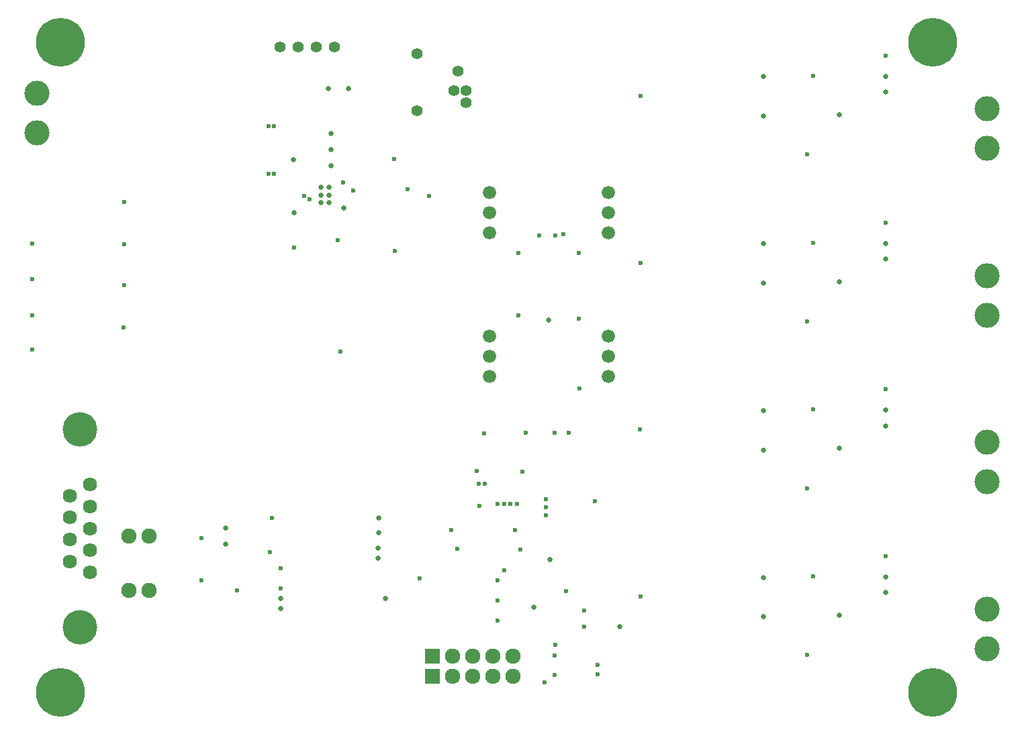
<source format=gbs>
G04*
G04 #@! TF.GenerationSoftware,Altium Limited,Altium Designer,20.0.10 (225)*
G04*
G04 Layer_Color=16711935*
%FSLAX25Y25*%
%MOIN*%
G70*
G01*
G75*
%ADD72C,0.24213*%
%ADD73C,0.07591*%
%ADD74R,0.07591X0.07591*%
%ADD75C,0.12491*%
%ADD76C,0.06591*%
%ADD77C,0.17126*%
%ADD78C,0.07028*%
%ADD79C,0.02362*%
%ADD80C,0.02559*%
%ADD81C,0.05591*%
D72*
X563000Y167500D02*
D03*
Y490500D02*
D03*
X130000Y167500D02*
D03*
Y490500D02*
D03*
D73*
X334800Y185400D02*
D03*
X324800Y185400D02*
D03*
X344800Y185400D02*
D03*
X354800Y185400D02*
D03*
X354800Y175400D02*
D03*
X344800Y175400D02*
D03*
X324800Y175400D02*
D03*
X334800Y175400D02*
D03*
X174300Y245200D02*
D03*
X164300Y245200D02*
D03*
X174300Y218200D02*
D03*
X164300Y218200D02*
D03*
D74*
X314800Y185400D02*
D03*
X314800Y175400D02*
D03*
D75*
X118500Y465000D02*
D03*
X118524Y445318D02*
D03*
X590240Y189000D02*
D03*
X590217Y208682D02*
D03*
X590240Y271900D02*
D03*
X590217Y291582D02*
D03*
X590240Y354800D02*
D03*
X590217Y374482D02*
D03*
X590240Y437700D02*
D03*
X590217Y457382D02*
D03*
D76*
X402000Y344349D02*
D03*
Y334349D02*
D03*
Y324349D02*
D03*
X343100Y344349D02*
D03*
Y334349D02*
D03*
Y324349D02*
D03*
Y395649D02*
D03*
Y405649D02*
D03*
Y415649D02*
D03*
X402000Y395649D02*
D03*
Y405649D02*
D03*
Y415649D02*
D03*
D77*
X139800Y298074D02*
D03*
Y199649D02*
D03*
D78*
X144800Y270672D02*
D03*
Y259767D02*
D03*
Y248861D02*
D03*
Y237956D02*
D03*
Y227050D02*
D03*
X134800Y232523D02*
D03*
Y243428D02*
D03*
Y254294D02*
D03*
Y265200D02*
D03*
D79*
X503700Y225041D02*
D03*
X500800Y185941D02*
D03*
X539700Y235040D02*
D03*
X503700Y307941D02*
D03*
X500800Y268841D02*
D03*
X539700Y317940D02*
D03*
X503700Y390841D02*
D03*
X500800Y351741D02*
D03*
X539700Y400841D02*
D03*
X338300Y260100D02*
D03*
X347000Y203000D02*
D03*
Y213000D02*
D03*
Y223000D02*
D03*
X296200Y386600D02*
D03*
X239500Y229200D02*
D03*
X395600Y262300D02*
D03*
X381100Y217600D02*
D03*
X116300Y354600D02*
D03*
X313000Y413900D02*
D03*
X275634Y416734D02*
D03*
X270600Y420600D02*
D03*
X253700Y412500D02*
D03*
X217900Y218200D02*
D03*
X239500Y219200D02*
D03*
X269000Y336600D02*
D03*
X340979Y271000D02*
D03*
X382600Y296500D02*
D03*
X387700Y318400D02*
D03*
X387600Y353000D02*
D03*
X375500Y176000D02*
D03*
X390100Y207900D02*
D03*
X390150Y199968D02*
D03*
X370400Y172300D02*
D03*
X396900Y176400D02*
D03*
Y181000D02*
D03*
X353600Y260900D02*
D03*
X347294D02*
D03*
X356682D02*
D03*
X350500D02*
D03*
X375400Y185800D02*
D03*
X375800Y191000D02*
D03*
X355900Y248000D02*
D03*
X418000Y463700D02*
D03*
Y380700D02*
D03*
X417970Y297902D02*
D03*
X418000Y214900D02*
D03*
X327200Y238600D02*
D03*
X350500Y228000D02*
D03*
X357600Y354600D02*
D03*
Y385800D02*
D03*
X387600D02*
D03*
X324300Y248000D02*
D03*
X308351Y224174D02*
D03*
X337769Y271000D02*
D03*
X361169Y296400D02*
D03*
X375800Y394500D02*
D03*
X358368Y238500D02*
D03*
X246000Y388400D02*
D03*
X267900Y392000D02*
D03*
X302500Y417500D02*
D03*
X340469Y296200D02*
D03*
X375569Y296400D02*
D03*
X116300Y337600D02*
D03*
Y372700D02*
D03*
Y390300D02*
D03*
X161600Y348700D02*
D03*
X161700Y369800D02*
D03*
X161800Y390000D02*
D03*
X161700Y411100D02*
D03*
X367800Y394500D02*
D03*
X379900Y395100D02*
D03*
X336668Y277300D02*
D03*
X359469Y277100D02*
D03*
X371069Y263400D02*
D03*
Y259400D02*
D03*
Y255400D02*
D03*
X539700Y483741D02*
D03*
X503700Y473740D02*
D03*
X251131Y413972D02*
D03*
X295900Y432300D02*
D03*
X500800Y434641D02*
D03*
X233600Y448800D02*
D03*
X236100D02*
D03*
Y425000D02*
D03*
X233600D02*
D03*
X234300Y237200D02*
D03*
X235300Y254200D02*
D03*
X200300Y244200D02*
D03*
Y223200D02*
D03*
D80*
X479100Y224540D02*
D03*
X479200Y204941D02*
D03*
X539700Y216940D02*
D03*
Y224741D02*
D03*
X516657Y205716D02*
D03*
X479100Y307440D02*
D03*
X479200Y287841D02*
D03*
X539700Y299840D02*
D03*
Y307641D02*
D03*
X516657Y288616D02*
D03*
X479100Y390340D02*
D03*
X479200Y370741D02*
D03*
X539700Y382740D02*
D03*
Y390541D02*
D03*
X516657Y371516D02*
D03*
X245800Y432200D02*
D03*
X246000Y405600D02*
D03*
X270900Y408000D02*
D03*
X239500Y214200D02*
D03*
X212100Y249200D02*
D03*
Y241200D02*
D03*
X239500Y209000D02*
D03*
X407799Y199926D02*
D03*
X287800Y234200D02*
D03*
X264500Y429000D02*
D03*
Y437000D02*
D03*
Y445000D02*
D03*
X273000Y467500D02*
D03*
X263000D02*
D03*
X288000Y246800D02*
D03*
Y254200D02*
D03*
X287900Y239200D02*
D03*
X291600Y214100D02*
D03*
X365268Y209600D02*
D03*
X372600Y352400D02*
D03*
X373269Y233400D02*
D03*
X516657Y454417D02*
D03*
X259531Y418437D02*
D03*
X263469D02*
D03*
X259531Y414500D02*
D03*
X263469D02*
D03*
X259531Y410563D02*
D03*
X263469D02*
D03*
X539700Y465640D02*
D03*
Y473441D02*
D03*
X479100Y473241D02*
D03*
X479200Y453641D02*
D03*
D81*
X307200Y484700D02*
D03*
X307277Y456323D02*
D03*
X327600Y476000D02*
D03*
X331500Y460500D02*
D03*
Y466500D02*
D03*
X325500D02*
D03*
X266000Y488000D02*
D03*
X257000D02*
D03*
X248000D02*
D03*
X239000D02*
D03*
M02*

</source>
